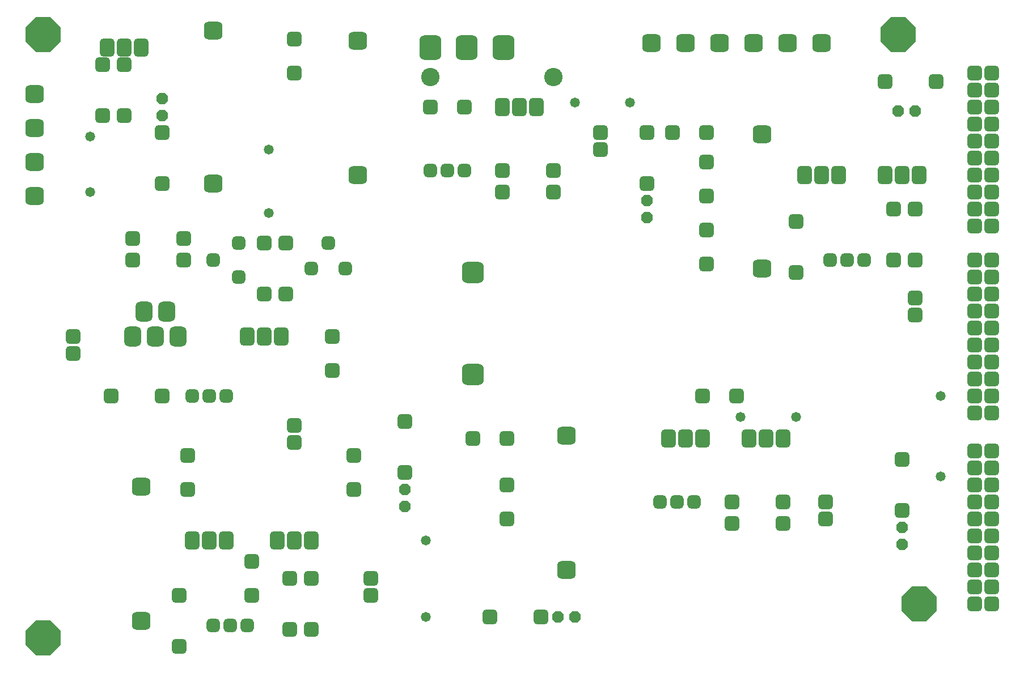
<source format=gbs>
G04 Layer_Color=16711935*
%FSLAX44Y44*%
%MOMM*%
G71*
G01*
G75*
G04:AMPARAMS|DCode=30|XSize=2.2352mm|YSize=2.2352mm|CornerRadius=0.6096mm|HoleSize=0mm|Usage=FLASHONLY|Rotation=90.000|XOffset=0mm|YOffset=0mm|HoleType=Round|Shape=RoundedRectangle|*
%AMROUNDEDRECTD30*
21,1,2.2352,1.0160,0,0,90.0*
21,1,1.0160,2.2352,0,0,90.0*
1,1,1.2192,0.5080,0.5080*
1,1,1.2192,0.5080,-0.5080*
1,1,1.2192,-0.5080,-0.5080*
1,1,1.2192,-0.5080,0.5080*
%
%ADD30ROUNDEDRECTD30*%
G04:AMPARAMS|DCode=31|XSize=2.2352mm|YSize=2.7432mm|CornerRadius=0.6096mm|HoleSize=0mm|Usage=FLASHONLY|Rotation=0.000|XOffset=0mm|YOffset=0mm|HoleType=Round|Shape=RoundedRectangle|*
%AMROUNDEDRECTD31*
21,1,2.2352,1.5240,0,0,0.0*
21,1,1.0160,2.7432,0,0,0.0*
1,1,1.2192,0.5080,-0.7620*
1,1,1.2192,-0.5080,-0.7620*
1,1,1.2192,-0.5080,0.7620*
1,1,1.2192,0.5080,0.7620*
%
%ADD31ROUNDEDRECTD31*%
G04:AMPARAMS|DCode=32|XSize=1.9812mm|YSize=1.9812mm|CornerRadius=0.5461mm|HoleSize=0mm|Usage=FLASHONLY|Rotation=0.000|XOffset=0mm|YOffset=0mm|HoleType=Round|Shape=RoundedRectangle|*
%AMROUNDEDRECTD32*
21,1,1.9812,0.8890,0,0,0.0*
21,1,0.8890,1.9812,0,0,0.0*
1,1,1.0922,0.4445,-0.4445*
1,1,1.0922,-0.4445,-0.4445*
1,1,1.0922,-0.4445,0.4445*
1,1,1.0922,0.4445,0.4445*
%
%ADD32ROUNDEDRECTD32*%
G04:AMPARAMS|DCode=33|XSize=2.2352mm|YSize=2.2352mm|CornerRadius=0.6096mm|HoleSize=0mm|Usage=FLASHONLY|Rotation=0.000|XOffset=0mm|YOffset=0mm|HoleType=Round|Shape=RoundedRectangle|*
%AMROUNDEDRECTD33*
21,1,2.2352,1.0160,0,0,0.0*
21,1,1.0160,2.2352,0,0,0.0*
1,1,1.2192,0.5080,-0.5080*
1,1,1.2192,-0.5080,-0.5080*
1,1,1.2192,-0.5080,0.5080*
1,1,1.2192,0.5080,0.5080*
%
%ADD33ROUNDEDRECTD33*%
G04:AMPARAMS|DCode=34|XSize=2.7432mm|YSize=2.7432mm|CornerRadius=0.7366mm|HoleSize=0mm|Usage=FLASHONLY|Rotation=90.000|XOffset=0mm|YOffset=0mm|HoleType=Round|Shape=RoundedRectangle|*
%AMROUNDEDRECTD34*
21,1,2.7432,1.2700,0,0,90.0*
21,1,1.2700,2.7432,0,0,90.0*
1,1,1.4732,0.6350,0.6350*
1,1,1.4732,0.6350,-0.6350*
1,1,1.4732,-0.6350,-0.6350*
1,1,1.4732,-0.6350,0.6350*
%
%ADD34ROUNDEDRECTD34*%
%ADD35P,1.8695X8X292.5*%
%ADD36P,1.8695X8X22.5*%
%ADD37P,5.6319X8X22.5*%
G04:AMPARAMS|DCode=38|XSize=3.2512mm|YSize=3.7592mm|CornerRadius=0.8636mm|HoleSize=0mm|Usage=FLASHONLY|Rotation=0.000|XOffset=0mm|YOffset=0mm|HoleType=Round|Shape=RoundedRectangle|*
%AMROUNDEDRECTD38*
21,1,3.2512,2.0320,0,0,0.0*
21,1,1.5240,3.7592,0,0,0.0*
1,1,1.7272,0.7620,-1.0160*
1,1,1.7272,-0.7620,-1.0160*
1,1,1.7272,-0.7620,1.0160*
1,1,1.7272,0.7620,1.0160*
%
%ADD38ROUNDEDRECTD38*%
G04:AMPARAMS|DCode=39|XSize=2.7432mm|YSize=2.7432mm|CornerRadius=0.7366mm|HoleSize=0mm|Usage=FLASHONLY|Rotation=0.000|XOffset=0mm|YOffset=0mm|HoleType=Round|Shape=RoundedRectangle|*
%AMROUNDEDRECTD39*
21,1,2.7432,1.2700,0,0,0.0*
21,1,1.2700,2.7432,0,0,0.0*
1,1,1.4732,0.6350,-0.6350*
1,1,1.4732,-0.6350,-0.6350*
1,1,1.4732,-0.6350,0.6350*
1,1,1.4732,0.6350,0.6350*
%
%ADD39ROUNDEDRECTD39*%
G04:AMPARAMS|DCode=40|XSize=2.4892mm|YSize=2.9972mm|CornerRadius=0.6731mm|HoleSize=0mm|Usage=FLASHONLY|Rotation=0.000|XOffset=0mm|YOffset=0mm|HoleType=Round|Shape=RoundedRectangle|*
%AMROUNDEDRECTD40*
21,1,2.4892,1.6510,0,0,0.0*
21,1,1.1430,2.9972,0,0,0.0*
1,1,1.3462,0.5715,-0.8255*
1,1,1.3462,-0.5715,-0.8255*
1,1,1.3462,-0.5715,0.8255*
1,1,1.3462,0.5715,0.8255*
%
%ADD40ROUNDEDRECTD40*%
G04:AMPARAMS|DCode=41|XSize=1.9812mm|YSize=1.9812mm|CornerRadius=0.5461mm|HoleSize=0mm|Usage=FLASHONLY|Rotation=90.000|XOffset=0mm|YOffset=0mm|HoleType=Round|Shape=RoundedRectangle|*
%AMROUNDEDRECTD41*
21,1,1.9812,0.8890,0,0,90.0*
21,1,0.8890,1.9812,0,0,90.0*
1,1,1.0922,0.4445,0.4445*
1,1,1.0922,0.4445,-0.4445*
1,1,1.0922,-0.4445,-0.4445*
1,1,1.0922,-0.4445,0.4445*
%
%ADD41ROUNDEDRECTD41*%
G04:AMPARAMS|DCode=42|XSize=3.2512mm|YSize=3.2512mm|CornerRadius=0.8636mm|HoleSize=0mm|Usage=FLASHONLY|Rotation=270.000|XOffset=0mm|YOffset=0mm|HoleType=Round|Shape=RoundedRectangle|*
%AMROUNDEDRECTD42*
21,1,3.2512,1.5240,0,0,270.0*
21,1,1.5240,3.2512,0,0,270.0*
1,1,1.7272,-0.7620,-0.7620*
1,1,1.7272,-0.7620,0.7620*
1,1,1.7272,0.7620,0.7620*
1,1,1.7272,0.7620,-0.7620*
%
%ADD42ROUNDEDRECTD42*%
%ADD43C,2.7432*%
%ADD44C,1.4732*%
D30*
X450850Y139700D02*
D03*
Y63500D02*
D03*
X419100D02*
D03*
Y139700D02*
D03*
X539750Y114300D02*
D03*
Y139700D02*
D03*
X266700Y273050D02*
D03*
Y323850D02*
D03*
X514350Y273050D02*
D03*
Y323850D02*
D03*
X1174750Y673100D02*
D03*
Y596900D02*
D03*
X1219200Y228600D02*
D03*
Y254000D02*
D03*
X742950Y279400D02*
D03*
Y228600D02*
D03*
X139700Y908050D02*
D03*
Y831850D02*
D03*
X1466850Y666750D02*
D03*
Y692150D02*
D03*
Y717550D02*
D03*
Y742950D02*
D03*
Y768350D02*
D03*
Y793750D02*
D03*
Y819150D02*
D03*
Y844550D02*
D03*
Y869950D02*
D03*
Y895350D02*
D03*
X1441450Y666750D02*
D03*
Y692150D02*
D03*
Y717550D02*
D03*
Y742950D02*
D03*
Y768350D02*
D03*
Y793750D02*
D03*
Y819150D02*
D03*
Y844550D02*
D03*
Y869950D02*
D03*
Y895350D02*
D03*
X1466850Y101600D02*
D03*
Y127000D02*
D03*
Y152400D02*
D03*
Y177800D02*
D03*
Y203200D02*
D03*
Y228600D02*
D03*
Y254000D02*
D03*
Y279400D02*
D03*
Y304800D02*
D03*
Y330200D02*
D03*
X1441450Y101600D02*
D03*
Y127000D02*
D03*
Y152400D02*
D03*
Y177800D02*
D03*
Y203200D02*
D03*
Y228600D02*
D03*
Y254000D02*
D03*
Y279400D02*
D03*
Y304800D02*
D03*
Y330200D02*
D03*
X1466850Y387350D02*
D03*
Y412750D02*
D03*
Y438150D02*
D03*
Y463550D02*
D03*
Y488950D02*
D03*
Y514350D02*
D03*
Y539750D02*
D03*
Y565150D02*
D03*
Y590550D02*
D03*
Y615950D02*
D03*
X1441450Y387350D02*
D03*
Y412750D02*
D03*
Y438150D02*
D03*
Y463550D02*
D03*
Y488950D02*
D03*
Y514350D02*
D03*
Y539750D02*
D03*
Y565150D02*
D03*
Y590550D02*
D03*
Y615950D02*
D03*
X171450Y831850D02*
D03*
Y908050D02*
D03*
X425450Y946150D02*
D03*
Y895350D02*
D03*
X882650Y781050D02*
D03*
Y806450D02*
D03*
X381000Y641350D02*
D03*
Y565150D02*
D03*
X412750D02*
D03*
Y641350D02*
D03*
X482600Y501650D02*
D03*
Y450850D02*
D03*
X95250Y476250D02*
D03*
Y501650D02*
D03*
X425450Y342900D02*
D03*
Y368300D02*
D03*
X1041400Y762000D02*
D03*
Y711200D02*
D03*
Y660400D02*
D03*
Y609600D02*
D03*
X1320800Y692150D02*
D03*
Y615950D02*
D03*
X1352550D02*
D03*
Y692150D02*
D03*
Y533400D02*
D03*
Y558800D02*
D03*
X361950Y114300D02*
D03*
Y165100D02*
D03*
X254000Y114300D02*
D03*
Y38100D02*
D03*
X228600Y730250D02*
D03*
Y806450D02*
D03*
X952500D02*
D03*
Y730250D02*
D03*
X590550Y374650D02*
D03*
Y298450D02*
D03*
X1333500Y317500D02*
D03*
Y241300D02*
D03*
D31*
X273050Y196850D02*
D03*
X298450D02*
D03*
X323850D02*
D03*
X984250Y349250D02*
D03*
X1009650D02*
D03*
X1035050D02*
D03*
X1104900D02*
D03*
X1130300D02*
D03*
X1155700D02*
D03*
X146050Y933450D02*
D03*
X171450D02*
D03*
X196850D02*
D03*
X736600Y844550D02*
D03*
X762000D02*
D03*
X787400D02*
D03*
X400050Y196850D02*
D03*
X425450D02*
D03*
X450850D02*
D03*
X355600Y501650D02*
D03*
X381000D02*
D03*
X406400D02*
D03*
X1308100Y742950D02*
D03*
X1333500D02*
D03*
X1358900D02*
D03*
X1187450D02*
D03*
X1212850D02*
D03*
X1238250D02*
D03*
D32*
X1022350Y254000D02*
D03*
X996950D02*
D03*
X971550D02*
D03*
X323850Y412750D02*
D03*
X298450D02*
D03*
X273050D02*
D03*
X679450Y749300D02*
D03*
X654050D02*
D03*
X628650D02*
D03*
X450850Y603250D02*
D03*
X501650D02*
D03*
X476250Y641350D02*
D03*
X1276350Y615950D02*
D03*
X1250950D02*
D03*
X1225550D02*
D03*
X355600Y69850D02*
D03*
X330200D02*
D03*
X304800D02*
D03*
D33*
X1085850Y412750D02*
D03*
X1035050D02*
D03*
X742950Y349250D02*
D03*
X692150D02*
D03*
X736600Y717550D02*
D03*
X812800D02*
D03*
Y749300D02*
D03*
X736600D02*
D03*
X679450Y844550D02*
D03*
X628650D02*
D03*
X260350Y615950D02*
D03*
X184150D02*
D03*
X260350Y647700D02*
D03*
X184150D02*
D03*
X228600Y412750D02*
D03*
X152400D02*
D03*
X1041400Y806450D02*
D03*
X990600D02*
D03*
X1079500Y222250D02*
D03*
X1155700D02*
D03*
Y254000D02*
D03*
X1079500D02*
D03*
X717550Y82550D02*
D03*
X793750D02*
D03*
X1384300Y882650D02*
D03*
X1308100D02*
D03*
D34*
X831850Y353060D02*
D03*
Y152400D02*
D03*
X38100Y812800D02*
D03*
Y863600D02*
D03*
Y711200D02*
D03*
Y762000D02*
D03*
X304800Y958850D02*
D03*
Y730250D02*
D03*
X520700Y943610D02*
D03*
Y742950D02*
D03*
X1123950Y803910D02*
D03*
Y603250D02*
D03*
X196850Y276860D02*
D03*
Y76200D02*
D03*
D35*
X952500Y704850D02*
D03*
Y679450D02*
D03*
X590550Y273050D02*
D03*
Y247650D02*
D03*
X1333500Y215900D02*
D03*
Y190500D02*
D03*
X228600Y831850D02*
D03*
Y857250D02*
D03*
D36*
X819150Y82550D02*
D03*
X844550D02*
D03*
X1352550Y838200D02*
D03*
X1327150D02*
D03*
D37*
X50800Y50800D02*
D03*
Y952500D02*
D03*
X1327150D02*
D03*
X1358900Y101600D02*
D03*
D38*
X737870Y933450D02*
D03*
X683260D02*
D03*
X628650D02*
D03*
D39*
X958850Y939800D02*
D03*
X1009650D02*
D03*
X1060450D02*
D03*
X1111250D02*
D03*
X1162050D02*
D03*
X1212850D02*
D03*
D40*
X201168Y538480D02*
D03*
X184150Y501650D02*
D03*
X218186D02*
D03*
X235204Y538480D02*
D03*
X252222Y501650D02*
D03*
D41*
X342900Y590550D02*
D03*
Y641350D02*
D03*
X304800Y615950D02*
D03*
D42*
X692150Y444500D02*
D03*
Y596900D02*
D03*
D43*
X812800Y889000D02*
D03*
X628650D02*
D03*
D44*
X120650Y800100D02*
D03*
Y717550D02*
D03*
X622300Y82550D02*
D03*
Y196850D02*
D03*
X1390650Y292100D02*
D03*
Y412750D02*
D03*
X1092200Y381000D02*
D03*
X1174750D02*
D03*
X927100Y850900D02*
D03*
X844550D02*
D03*
X387350Y685800D02*
D03*
Y781050D02*
D03*
M02*

</source>
